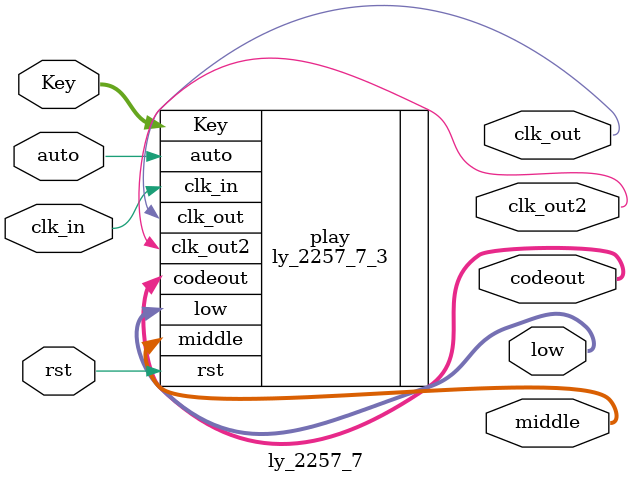
<source format=v>
module ly_2257_7(clk_in,rst,auto,Key,clk_out,clk_out2,codeout,low,middle);
input 		clk_in;//时钟信号输人
input 		rst;//复位信号
input			auto;//自动播放控制按钮
input [13:0]Key;
output wire [7:0]	codeout; //数码管显示
output wire	clk_out;		//分频后输出信号
output wire clk_out2;	//输出频率
output wire [6:0]low;
output wire [6:0]middle;

ly_2257_7_3 play(
	.clk_in(clk_in),
	.rst(rst),
	.auto(auto),
	.Key(Key) ,
	.clk_out(clk_out),
	.codeout(codeout),
	.low(low),
	.clk_out2(clk_out2),
	.middle(middle)
);
endmodule

</source>
